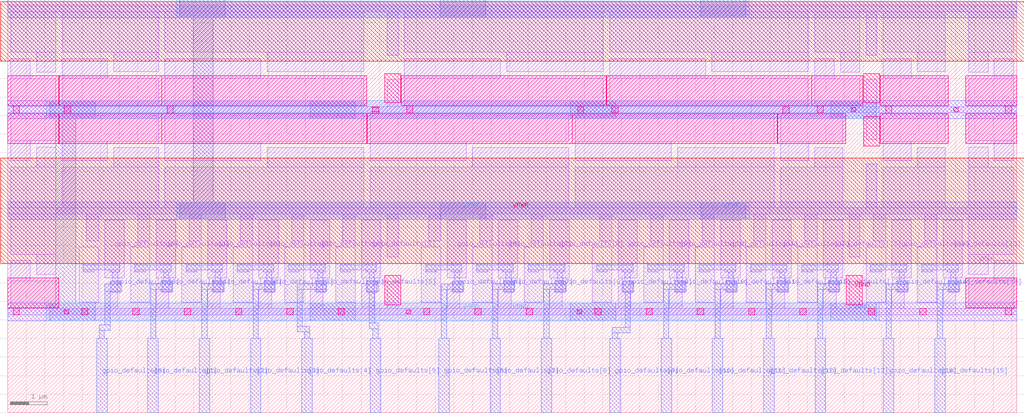
<source format=lef>
VERSION 5.7 ;
  NOWIREEXTENSIONATPIN ON ;
  DIVIDERCHAR "/" ;
  BUSBITCHARS "[]" ;
MACRO gpio_defaults_block_16bit
  CLASS BLOCK ;
  FOREIGN gpio_defaults_block_16bit ;
  ORIGIN 0.000 0.000 ;
  SIZE 27.140 BY 11.000 ;
  PIN VGND
    USE GROUND ;
    PORT
      LAYER pwell ;
        RECT 10.135 8.350 10.565 9.135 ;
        RECT 23.015 8.350 23.445 9.135 ;
        RECT 23.015 7.185 23.445 7.970 ;
        RECT 10.135 2.910 10.565 3.695 ;
        RECT 22.555 2.910 22.985 3.695 ;
      LAYER li1 ;
        RECT 0.085 8.995 0.605 9.535 ;
        RECT 1.465 9.015 2.675 9.535 ;
        RECT 4.225 9.015 6.805 9.535 ;
        RECT 10.665 9.015 13.245 9.535 ;
        RECT 16.185 9.015 18.765 9.535 ;
        RECT 0.085 8.245 1.295 8.995 ;
        RECT 1.465 8.245 4.055 9.015 ;
        RECT 4.225 8.245 9.570 9.015 ;
        RECT 10.205 8.245 10.495 8.970 ;
        RECT 10.665 8.245 16.010 9.015 ;
        RECT 16.185 8.245 21.530 9.015 ;
        RECT 21.705 8.995 22.225 9.535 ;
        RECT 23.545 9.015 24.295 9.535 ;
        RECT 21.705 8.245 22.915 8.995 ;
        RECT 23.085 8.245 23.375 8.970 ;
        RECT 23.545 8.245 25.215 9.015 ;
        RECT 26.535 8.995 27.055 9.535 ;
        RECT 25.845 8.245 27.055 8.995 ;
        RECT 0.000 8.075 27.140 8.245 ;
        RECT 0.085 7.325 1.295 8.075 ;
        RECT 0.085 6.785 0.605 7.325 ;
        RECT 1.465 7.305 4.055 8.075 ;
        RECT 4.225 7.305 9.570 8.075 ;
        RECT 9.745 7.305 15.090 8.075 ;
        RECT 15.265 7.305 20.610 8.075 ;
        RECT 20.785 7.305 22.455 8.075 ;
        RECT 23.085 7.350 23.375 8.075 ;
        RECT 23.545 7.305 25.215 8.075 ;
        RECT 25.845 7.325 27.055 8.075 ;
        RECT 1.465 6.785 2.675 7.305 ;
        RECT 4.225 6.785 6.805 7.305 ;
        RECT 9.745 6.785 12.325 7.305 ;
        RECT 15.265 6.785 17.845 7.305 ;
        RECT 20.785 6.785 21.535 7.305 ;
        RECT 23.545 6.785 24.295 7.305 ;
        RECT 26.535 6.785 27.055 7.325 ;
        RECT 0.085 3.555 0.605 4.095 ;
        RECT 26.535 3.555 27.055 4.095 ;
        RECT 0.085 2.805 1.295 3.555 ;
        RECT 2.615 2.805 2.955 3.465 ;
        RECT 3.995 2.805 4.335 3.465 ;
        RECT 5.375 2.805 5.715 3.465 ;
        RECT 6.755 2.805 7.095 3.465 ;
        RECT 8.135 2.805 8.475 3.465 ;
        RECT 9.515 2.805 9.855 3.465 ;
        RECT 10.205 2.805 10.495 3.530 ;
        RECT 11.815 2.805 12.155 3.465 ;
        RECT 13.195 2.805 13.535 3.465 ;
        RECT 14.575 2.805 14.915 3.465 ;
        RECT 16.415 2.805 16.755 3.465 ;
        RECT 17.795 2.805 18.135 3.465 ;
        RECT 19.175 2.805 19.515 3.465 ;
        RECT 20.555 2.805 20.895 3.465 ;
        RECT 21.935 2.805 22.275 3.465 ;
        RECT 22.625 2.805 22.915 3.530 ;
        RECT 23.775 2.805 24.115 3.465 ;
        RECT 25.155 2.805 25.495 3.465 ;
        RECT 25.845 2.805 27.055 3.555 ;
        RECT 0.000 2.635 27.140 2.805 ;
      LAYER met1 ;
        RECT 0.000 7.920 27.140 8.400 ;
        RECT 0.000 2.480 27.140 2.960 ;
      LAYER met2 ;
        RECT 1.130 7.920 2.350 8.400 ;
        RECT 8.130 7.920 9.350 8.400 ;
        RECT 15.130 7.920 16.350 8.400 ;
        RECT 22.130 7.920 23.350 8.400 ;
        RECT 1.290 2.960 1.830 7.920 ;
        RECT 1.130 2.480 2.350 2.960 ;
        RECT 8.130 2.480 9.350 2.960 ;
        RECT 15.130 2.480 16.350 2.960 ;
        RECT 22.130 2.480 23.350 2.960 ;
      LAYER met3 ;
        RECT 1.040 7.920 23.440 8.400 ;
        RECT 1.040 2.480 23.440 2.960 ;
    END
  END VGND
  PIN VPWR
    USE POWER ;
    PORT
      LAYER nwell ;
        RECT -0.190 9.465 27.330 11.070 ;
        RECT -0.190 4.025 27.330 6.855 ;
      LAYER li1 ;
        RECT 0.000 10.795 27.140 10.965 ;
        RECT 0.085 9.705 1.295 10.795 ;
        RECT 1.465 9.705 4.055 10.795 ;
        RECT 4.225 9.705 9.570 10.795 ;
        RECT 0.775 9.165 1.295 9.705 ;
        RECT 2.845 9.185 4.055 9.705 ;
        RECT 6.975 9.185 9.570 9.705 ;
        RECT 10.205 9.630 10.495 10.795 ;
        RECT 10.665 9.705 16.010 10.795 ;
        RECT 16.185 9.705 21.530 10.795 ;
        RECT 21.705 9.705 22.915 10.795 ;
        RECT 13.415 9.185 16.010 9.705 ;
        RECT 18.935 9.185 21.530 9.705 ;
        RECT 22.395 9.165 22.915 9.705 ;
        RECT 23.085 9.630 23.375 10.795 ;
        RECT 23.545 9.705 25.215 10.795 ;
        RECT 24.465 9.185 25.215 9.705 ;
        RECT 25.845 9.705 27.055 10.795 ;
        RECT 25.845 9.165 26.365 9.705 ;
        RECT 0.775 6.615 1.295 7.155 ;
        RECT 2.845 6.615 4.055 7.135 ;
        RECT 6.975 6.615 9.570 7.135 ;
        RECT 12.495 6.615 15.090 7.135 ;
        RECT 18.015 6.615 20.610 7.135 ;
        RECT 21.705 6.615 22.455 7.135 ;
        RECT 0.085 5.525 1.295 6.615 ;
        RECT 1.465 5.525 4.055 6.615 ;
        RECT 4.225 5.525 9.570 6.615 ;
        RECT 9.745 5.525 15.090 6.615 ;
        RECT 15.265 5.525 20.610 6.615 ;
        RECT 20.785 5.525 22.455 6.615 ;
        RECT 23.085 5.525 23.375 6.690 ;
        RECT 24.465 6.615 25.215 7.135 ;
        RECT 23.545 5.525 25.215 6.615 ;
        RECT 25.845 6.615 26.365 7.155 ;
        RECT 25.845 5.525 27.055 6.615 ;
        RECT 0.000 5.355 27.140 5.525 ;
        RECT 0.085 4.265 1.295 5.355 ;
        RECT 2.115 4.630 2.445 5.355 ;
        RECT 3.495 4.630 3.825 5.355 ;
        RECT 4.875 4.630 5.205 5.355 ;
        RECT 6.255 4.630 6.585 5.355 ;
        RECT 7.635 4.630 7.965 5.355 ;
        RECT 9.015 4.630 9.345 5.355 ;
        RECT 0.775 3.725 1.295 4.265 ;
        RECT 10.205 4.190 10.495 5.355 ;
        RECT 11.315 4.630 11.645 5.355 ;
        RECT 12.695 4.630 13.025 5.355 ;
        RECT 14.075 4.630 14.405 5.355 ;
        RECT 15.915 4.630 16.245 5.355 ;
        RECT 17.295 4.630 17.625 5.355 ;
        RECT 18.675 4.630 19.005 5.355 ;
        RECT 20.055 4.630 20.385 5.355 ;
        RECT 21.435 4.630 21.765 5.355 ;
        RECT 22.625 4.190 22.915 5.355 ;
        RECT 23.275 4.630 23.605 5.355 ;
        RECT 24.655 4.630 24.985 5.355 ;
        RECT 25.845 4.265 27.055 5.355 ;
        RECT 25.845 3.725 26.365 4.265 ;
      LAYER met1 ;
        RECT 0.000 10.640 27.140 11.120 ;
        RECT 0.000 5.200 27.140 5.680 ;
      LAYER met2 ;
        RECT 4.630 10.640 5.850 11.120 ;
        RECT 11.630 10.640 12.850 11.120 ;
        RECT 18.630 10.640 19.850 11.120 ;
        RECT 4.990 5.680 5.530 10.640 ;
        RECT 4.630 5.200 5.850 5.680 ;
        RECT 11.630 5.200 12.850 5.680 ;
        RECT 18.630 5.200 19.850 5.680 ;
      LAYER met3 ;
        RECT 4.540 10.640 19.940 11.120 ;
        RECT 4.540 5.200 19.940 5.680 ;
    END
  END VPWR
  PIN gpio_defaults[0]
    PORT
      LAYER li1 ;
        RECT 2.615 3.635 3.135 5.185 ;
      LAYER met1 ;
        RECT 2.035 3.980 2.325 4.025 ;
        RECT 2.725 3.980 3.015 4.025 ;
        RECT 2.035 3.840 3.015 3.980 ;
        RECT 2.035 3.795 2.325 3.840 ;
        RECT 2.725 3.795 3.015 3.840 ;
        RECT 2.815 3.555 2.955 3.795 ;
        RECT 2.770 3.235 3.030 3.555 ;
      LAYER met2 ;
        RECT 2.740 3.465 3.060 3.525 ;
        RECT 2.610 3.265 3.060 3.465 ;
        RECT 2.610 2.370 2.750 3.265 ;
        RECT 2.455 2.225 2.750 2.370 ;
        RECT 2.455 2.000 2.595 2.225 ;
        RECT 2.390 0.000 2.670 2.000 ;
    END
  END gpio_defaults[0]
  PIN gpio_defaults[1]
    PORT
      LAYER li1 ;
        RECT 3.995 3.635 4.515 5.185 ;
      LAYER met1 ;
        RECT 3.415 3.980 3.705 4.025 ;
        RECT 4.105 3.980 4.395 4.025 ;
        RECT 3.415 3.840 4.395 3.980 ;
        RECT 3.415 3.795 3.705 3.840 ;
        RECT 4.105 3.795 4.395 3.840 ;
        RECT 4.195 3.555 4.335 3.795 ;
        RECT 4.150 3.235 4.410 3.555 ;
      LAYER met2 ;
        RECT 4.120 3.465 4.440 3.525 ;
        RECT 3.840 3.325 4.440 3.465 ;
        RECT 3.840 2.000 3.980 3.325 ;
        RECT 4.120 3.265 4.440 3.325 ;
        RECT 3.770 0.000 4.050 2.000 ;
    END
  END gpio_defaults[1]
  PIN gpio_defaults[2]
    PORT
      LAYER li1 ;
        RECT 5.375 3.635 5.895 5.185 ;
      LAYER met1 ;
        RECT 4.795 3.980 5.085 4.025 ;
        RECT 5.485 3.980 5.775 4.025 ;
        RECT 4.795 3.840 5.775 3.980 ;
        RECT 4.795 3.795 5.085 3.840 ;
        RECT 5.485 3.795 5.775 3.840 ;
        RECT 5.575 3.555 5.715 3.795 ;
        RECT 5.530 3.235 5.790 3.555 ;
      LAYER met2 ;
        RECT 5.500 3.465 5.820 3.525 ;
        RECT 5.220 3.325 5.820 3.465 ;
        RECT 5.220 2.000 5.360 3.325 ;
        RECT 5.500 3.265 5.820 3.325 ;
        RECT 5.150 0.000 5.430 2.000 ;
    END
  END gpio_defaults[2]
  PIN gpio_defaults[3]
    PORT
      LAYER li1 ;
        RECT 6.755 3.635 7.275 5.185 ;
      LAYER met1 ;
        RECT 6.175 3.980 6.465 4.025 ;
        RECT 6.865 3.980 7.155 4.025 ;
        RECT 6.175 3.840 7.155 3.980 ;
        RECT 6.175 3.795 6.465 3.840 ;
        RECT 6.865 3.795 7.155 3.840 ;
        RECT 6.955 3.555 7.095 3.795 ;
        RECT 6.910 3.235 7.170 3.555 ;
      LAYER met2 ;
        RECT 6.880 3.465 7.200 3.525 ;
        RECT 6.600 3.325 7.200 3.465 ;
        RECT 6.600 2.000 6.740 3.325 ;
        RECT 6.880 3.265 7.200 3.325 ;
        RECT 6.530 0.000 6.810 2.000 ;
    END
  END gpio_defaults[3]
  PIN gpio_defaults[4]
    PORT
      LAYER li1 ;
        RECT 8.135 3.635 8.655 5.185 ;
      LAYER met1 ;
        RECT 7.555 3.980 7.845 4.025 ;
        RECT 8.245 3.980 8.535 4.025 ;
        RECT 7.555 3.840 8.535 3.980 ;
        RECT 7.555 3.795 7.845 3.840 ;
        RECT 8.245 3.795 8.535 3.840 ;
        RECT 8.335 3.555 8.475 3.795 ;
        RECT 8.290 3.235 8.550 3.555 ;
      LAYER met2 ;
        RECT 8.260 3.465 8.580 3.525 ;
        RECT 7.780 3.325 8.580 3.465 ;
        RECT 7.780 2.325 7.920 3.325 ;
        RECT 8.260 3.265 8.580 3.325 ;
        RECT 7.780 2.185 8.120 2.325 ;
        RECT 7.980 2.000 8.120 2.185 ;
        RECT 7.910 0.000 8.190 2.000 ;
    END
  END gpio_defaults[4]
  PIN gpio_defaults[5]
    PORT
      LAYER li1 ;
        RECT 9.515 3.635 10.035 5.185 ;
      LAYER met1 ;
        RECT 8.935 3.980 9.225 4.025 ;
        RECT 9.625 3.980 9.915 4.025 ;
        RECT 8.935 3.840 9.915 3.980 ;
        RECT 8.935 3.795 9.225 3.840 ;
        RECT 9.625 3.795 9.915 3.840 ;
        RECT 9.715 3.555 9.855 3.795 ;
        RECT 9.670 3.235 9.930 3.555 ;
      LAYER met2 ;
        RECT 9.640 3.265 9.960 3.525 ;
        RECT 9.725 2.415 9.865 3.265 ;
        RECT 9.725 2.265 9.960 2.415 ;
        RECT 9.820 2.000 9.960 2.265 ;
        RECT 9.750 0.000 10.030 2.000 ;
    END
  END gpio_defaults[5]
  PIN gpio_defaults[6]
    PORT
      LAYER li1 ;
        RECT 11.815 3.635 12.335 5.185 ;
      LAYER met1 ;
        RECT 11.235 3.980 11.525 4.025 ;
        RECT 11.925 3.980 12.215 4.025 ;
        RECT 11.235 3.840 12.215 3.980 ;
        RECT 11.235 3.795 11.525 3.840 ;
        RECT 11.925 3.795 12.215 3.840 ;
        RECT 12.015 3.555 12.155 3.795 ;
        RECT 11.970 3.235 12.230 3.555 ;
      LAYER met2 ;
        RECT 11.940 3.465 12.260 3.525 ;
        RECT 11.660 3.325 12.260 3.465 ;
        RECT 11.660 2.000 11.800 3.325 ;
        RECT 11.940 3.265 12.260 3.325 ;
        RECT 11.590 0.000 11.870 2.000 ;
    END
  END gpio_defaults[6]
  PIN gpio_defaults[7]
    PORT
      LAYER li1 ;
        RECT 13.195 3.635 13.715 5.185 ;
      LAYER met1 ;
        RECT 12.615 3.980 12.905 4.025 ;
        RECT 13.305 3.980 13.595 4.025 ;
        RECT 12.615 3.840 13.595 3.980 ;
        RECT 12.615 3.795 12.905 3.840 ;
        RECT 13.305 3.795 13.595 3.840 ;
        RECT 13.395 3.555 13.535 3.795 ;
        RECT 13.350 3.235 13.610 3.555 ;
      LAYER met2 ;
        RECT 13.320 3.465 13.640 3.525 ;
        RECT 13.040 3.325 13.640 3.465 ;
        RECT 13.040 2.000 13.180 3.325 ;
        RECT 13.320 3.265 13.640 3.325 ;
        RECT 12.970 0.000 13.250 2.000 ;
    END
  END gpio_defaults[7]
  PIN gpio_defaults[8]
    PORT
      LAYER li1 ;
        RECT 14.575 3.635 15.095 5.185 ;
      LAYER met1 ;
        RECT 13.995 3.980 14.285 4.025 ;
        RECT 14.685 3.980 14.975 4.025 ;
        RECT 13.995 3.840 14.975 3.980 ;
        RECT 13.995 3.795 14.285 3.840 ;
        RECT 14.685 3.795 14.975 3.840 ;
        RECT 14.775 3.555 14.915 3.795 ;
        RECT 14.730 3.235 14.990 3.555 ;
      LAYER met2 ;
        RECT 14.700 3.465 15.020 3.525 ;
        RECT 14.420 3.325 15.020 3.465 ;
        RECT 14.420 2.000 14.560 3.325 ;
        RECT 14.700 3.265 15.020 3.325 ;
        RECT 14.350 0.000 14.630 2.000 ;
    END
  END gpio_defaults[8]
  PIN gpio_defaults[9]
    PORT
      LAYER li1 ;
        RECT 16.415 3.635 16.935 5.185 ;
      LAYER met1 ;
        RECT 15.835 3.980 16.125 4.025 ;
        RECT 16.525 3.980 16.815 4.025 ;
        RECT 15.835 3.840 16.815 3.980 ;
        RECT 15.835 3.795 16.125 3.840 ;
        RECT 16.525 3.795 16.815 3.840 ;
        RECT 16.595 3.555 16.735 3.795 ;
        RECT 16.550 3.235 16.810 3.555 ;
      LAYER met2 ;
        RECT 16.520 3.265 16.840 3.525 ;
        RECT 16.600 2.295 16.740 3.265 ;
        RECT 16.260 2.155 16.740 2.295 ;
        RECT 16.260 2.000 16.400 2.155 ;
        RECT 16.190 0.000 16.470 2.000 ;
    END
  END gpio_defaults[9]
  PIN gpio_defaults[10]
    PORT
      LAYER li1 ;
        RECT 17.795 3.635 18.315 5.185 ;
      LAYER met1 ;
        RECT 17.215 3.980 17.505 4.025 ;
        RECT 17.905 3.980 18.195 4.025 ;
        RECT 17.215 3.840 18.195 3.980 ;
        RECT 17.215 3.795 17.505 3.840 ;
        RECT 17.905 3.795 18.195 3.840 ;
        RECT 17.995 3.555 18.135 3.795 ;
        RECT 17.950 3.235 18.210 3.555 ;
      LAYER met2 ;
        RECT 17.920 3.465 18.240 3.525 ;
        RECT 17.640 3.325 18.240 3.465 ;
        RECT 17.640 2.000 17.780 3.325 ;
        RECT 17.920 3.265 18.240 3.325 ;
        RECT 17.570 0.000 17.850 2.000 ;
    END
  END gpio_defaults[10]
  PIN gpio_defaults[11]
    PORT
      LAYER li1 ;
        RECT 19.175 3.635 19.695 5.185 ;
      LAYER met1 ;
        RECT 18.595 3.980 18.885 4.025 ;
        RECT 19.285 3.980 19.575 4.025 ;
        RECT 18.595 3.840 19.575 3.980 ;
        RECT 18.595 3.795 18.885 3.840 ;
        RECT 19.285 3.795 19.575 3.840 ;
        RECT 19.375 3.555 19.515 3.795 ;
        RECT 19.330 3.235 19.590 3.555 ;
      LAYER met2 ;
        RECT 19.300 3.465 19.620 3.525 ;
        RECT 19.020 3.325 19.620 3.465 ;
        RECT 19.020 2.000 19.160 3.325 ;
        RECT 19.300 3.265 19.620 3.325 ;
        RECT 18.950 0.000 19.230 2.000 ;
    END
  END gpio_defaults[11]
  PIN gpio_defaults[12]
    PORT
      LAYER li1 ;
        RECT 20.555 3.635 21.075 5.185 ;
      LAYER met1 ;
        RECT 19.975 3.980 20.265 4.025 ;
        RECT 20.665 3.980 20.955 4.025 ;
        RECT 19.975 3.840 20.955 3.980 ;
        RECT 19.975 3.795 20.265 3.840 ;
        RECT 20.665 3.795 20.955 3.840 ;
        RECT 20.755 3.555 20.895 3.795 ;
        RECT 20.710 3.235 20.970 3.555 ;
      LAYER met2 ;
        RECT 20.680 3.465 21.000 3.525 ;
        RECT 20.400 3.325 21.000 3.465 ;
        RECT 20.400 2.000 20.540 3.325 ;
        RECT 20.680 3.265 21.000 3.325 ;
        RECT 20.330 0.000 20.610 2.000 ;
    END
  END gpio_defaults[12]
  PIN gpio_defaults[13]
    PORT
      LAYER li1 ;
        RECT 21.935 3.635 22.455 5.185 ;
      LAYER met1 ;
        RECT 21.355 3.980 21.645 4.025 ;
        RECT 22.045 3.980 22.335 4.025 ;
        RECT 21.355 3.840 22.335 3.980 ;
        RECT 21.355 3.795 21.645 3.840 ;
        RECT 22.045 3.795 22.335 3.840 ;
        RECT 22.135 3.555 22.275 3.795 ;
        RECT 22.090 3.235 22.350 3.555 ;
      LAYER met2 ;
        RECT 22.060 3.465 22.380 3.525 ;
        RECT 21.780 3.325 22.380 3.465 ;
        RECT 21.780 2.000 21.920 3.325 ;
        RECT 22.060 3.265 22.380 3.325 ;
        RECT 21.710 0.000 21.990 2.000 ;
    END
  END gpio_defaults[13]
  PIN gpio_defaults[14]
    PORT
      LAYER li1 ;
        RECT 23.775 3.635 24.295 5.185 ;
      LAYER met1 ;
        RECT 23.195 3.980 23.485 4.025 ;
        RECT 23.885 3.980 24.175 4.025 ;
        RECT 23.195 3.840 24.175 3.980 ;
        RECT 23.195 3.795 23.485 3.840 ;
        RECT 23.885 3.795 24.175 3.840 ;
        RECT 23.975 3.555 24.115 3.795 ;
        RECT 23.930 3.235 24.190 3.555 ;
      LAYER met2 ;
        RECT 23.900 3.465 24.220 3.525 ;
        RECT 23.620 3.325 24.220 3.465 ;
        RECT 23.620 2.000 23.760 3.325 ;
        RECT 23.900 3.265 24.220 3.325 ;
        RECT 23.550 0.000 23.830 2.000 ;
    END
  END gpio_defaults[14]
  PIN gpio_defaults[15]
    PORT
      LAYER li1 ;
        RECT 25.155 3.635 25.675 5.185 ;
      LAYER met1 ;
        RECT 24.575 3.980 24.865 4.025 ;
        RECT 25.265 3.980 25.555 4.025 ;
        RECT 24.575 3.840 25.555 3.980 ;
        RECT 24.575 3.795 24.865 3.840 ;
        RECT 25.265 3.795 25.555 3.840 ;
        RECT 25.355 3.555 25.495 3.795 ;
        RECT 25.310 3.235 25.570 3.555 ;
      LAYER met2 ;
        RECT 25.280 3.465 25.600 3.525 ;
        RECT 25.000 3.325 25.600 3.465 ;
        RECT 25.000 2.000 25.140 3.325 ;
        RECT 25.280 3.265 25.600 3.325 ;
        RECT 24.930 0.000 25.210 2.000 ;
    END
  END gpio_defaults[15]
  OBS
      LAYER pwell ;
        RECT 0.005 8.265 1.375 9.075 ;
        RECT 1.385 8.265 4.135 9.075 ;
        RECT 4.145 8.265 9.655 9.075 ;
        RECT 10.585 8.265 16.095 9.075 ;
        RECT 16.105 8.265 21.615 9.075 ;
        RECT 21.625 8.265 22.995 9.075 ;
        RECT 23.465 8.265 25.295 9.075 ;
        RECT 25.765 8.265 27.135 9.075 ;
        RECT 0.145 8.055 0.315 8.265 ;
        RECT 1.525 8.055 1.695 8.265 ;
        RECT 4.285 8.055 4.455 8.265 ;
        RECT 9.805 8.215 9.975 8.245 ;
        RECT 9.800 8.105 9.975 8.215 ;
        RECT 9.805 8.055 9.975 8.105 ;
        RECT 10.725 8.075 10.895 8.265 ;
        RECT 15.325 8.055 15.495 8.245 ;
        RECT 16.245 8.075 16.415 8.265 ;
        RECT 20.845 8.055 21.015 8.245 ;
        RECT 21.765 8.075 21.935 8.265 ;
        RECT 22.680 8.105 22.800 8.215 ;
        RECT 23.605 8.055 23.775 8.265 ;
        RECT 25.440 8.105 25.560 8.215 ;
        RECT 26.825 8.055 26.995 8.265 ;
        RECT 0.005 7.245 1.375 8.055 ;
        RECT 1.385 7.245 4.135 8.055 ;
        RECT 4.145 7.245 9.655 8.055 ;
        RECT 9.665 7.245 15.175 8.055 ;
        RECT 15.185 7.245 20.695 8.055 ;
        RECT 20.705 7.245 22.535 8.055 ;
        RECT 23.465 7.245 25.295 8.055 ;
        RECT 25.765 7.245 27.135 8.055 ;
        RECT 0.005 2.825 1.375 3.635 ;
        RECT 25.765 2.825 27.135 3.635 ;
        RECT 0.145 2.635 0.315 2.825 ;
        RECT 1.520 2.665 1.640 2.775 ;
        RECT 1.985 2.635 2.155 2.805 ;
        RECT 3.365 2.635 3.535 2.805 ;
        RECT 4.745 2.635 4.915 2.805 ;
        RECT 6.125 2.635 6.295 2.805 ;
        RECT 7.505 2.635 7.675 2.805 ;
        RECT 8.885 2.635 9.055 2.805 ;
        RECT 10.720 2.665 10.840 2.775 ;
        RECT 11.185 2.635 11.355 2.805 ;
        RECT 12.565 2.635 12.735 2.805 ;
        RECT 13.945 2.635 14.115 2.805 ;
        RECT 15.320 2.665 15.440 2.775 ;
        RECT 15.785 2.635 15.955 2.805 ;
        RECT 17.165 2.635 17.335 2.805 ;
        RECT 18.545 2.635 18.715 2.805 ;
        RECT 19.925 2.635 20.095 2.805 ;
        RECT 21.305 2.635 21.475 2.805 ;
        RECT 23.145 2.635 23.315 2.805 ;
        RECT 24.525 2.635 24.695 2.805 ;
        RECT 26.825 2.635 26.995 2.825 ;
      LAYER li1 ;
        RECT 1.925 2.975 2.445 4.460 ;
        RECT 3.305 2.975 3.825 4.460 ;
        RECT 4.685 2.975 5.205 4.460 ;
        RECT 6.065 2.975 6.585 4.460 ;
        RECT 7.445 2.975 7.965 4.460 ;
        RECT 8.825 2.975 9.345 4.460 ;
        RECT 11.125 2.975 11.645 4.460 ;
        RECT 12.505 2.975 13.025 4.460 ;
        RECT 13.885 2.975 14.405 4.460 ;
        RECT 15.725 2.975 16.245 4.460 ;
        RECT 17.105 2.975 17.625 4.460 ;
        RECT 18.485 2.975 19.005 4.460 ;
        RECT 19.865 2.975 20.385 4.460 ;
        RECT 21.245 2.975 21.765 4.460 ;
        RECT 23.085 2.975 23.605 4.460 ;
        RECT 24.465 2.975 24.985 4.460 ;
  END
END gpio_defaults_block_16bit
END LIBRARY


</source>
